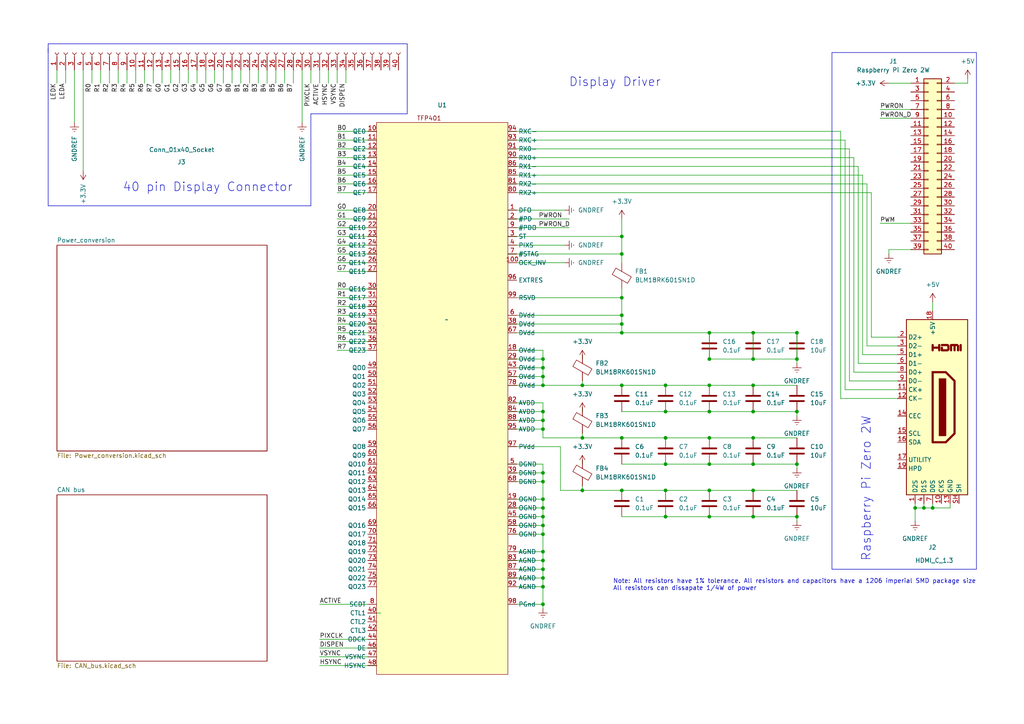
<source format=kicad_sch>
(kicad_sch (version 20231120) (generator "eeschema") (generator_version "8.0")
  (paper "A4")
  (title_block (title "Driver Assist System Mainboard") (rev "0"))
  (lib_symbols
    (symbol "Connector:Conn_01x40_Socket" (pin_names (offset 1.016) hide)
      (property "Reference" "J" (at 0 50.8 0))
      (property "Value" "Conn_01x40_Socket" (at 0 -53.34 0))
      (symbol "Conn_01x40_Socket_1_1"
        (pin passive line (at -5.08 48.26 0) (length 3.81) (name "Pin_1") (number "1"))
        (pin passive line (at -5.08 25.4 0) (length 3.81) (name "Pin_10") (number "10"))
        (pin passive line (at -5.08 22.86 0) (length 3.81) (name "Pin_11") (number "11"))
        (pin passive line (at -5.08 20.32 0) (length 3.81) (name "Pin_12") (number "12"))
        (pin passive line (at -5.08 17.78 0) (length 3.81) (name "Pin_13") (number "13"))
        (pin passive line (at -5.08 15.24 0) (length 3.81) (name "Pin_14") (number "14"))
        (pin passive line (at -5.08 12.7 0) (length 3.81) (name "Pin_15") (number "15"))
        (pin passive line (at -5.08 10.16 0) (length 3.81) (name "Pin_16") (number "16"))
        (pin passive line (at -5.08 7.62 0) (length 3.81) (name "Pin_17") (number "17"))
        (pin passive line (at -5.08 5.08 0) (length 3.81) (name "Pin_18") (number "18"))
        (pin passive line (at -5.08 2.54 0) (length 3.81) (name "Pin_19") (number "19"))
        (pin passive line (at -5.08 45.72 0) (length 3.81) (name "Pin_2") (number "2"))
        (pin passive line (at -5.08 0 0) (length 3.81) (name "Pin_20") (number "20"))
        (pin passive line (at -5.08 -2.54 0) (length 3.81) (name "Pin_21") (number "21"))
        (pin passive line (at -5.08 -5.08 0) (length 3.81) (name "Pin_22") (number "22"))
        (pin passive line (at -5.08 -7.62 0) (length 3.81) (name "Pin_23") (number "23"))
        (pin passive line (at -5.08 -10.16 0) (length 3.81) (name "Pin_24") (number "24"))
        (pin passive line (at -5.08 -12.7 0) (length 3.81) (name "Pin_25") (number "25"))
        (pin passive line (at -5.08 -15.24 0) (length 3.81) (name "Pin_26") (number "26"))
        (pin passive line (at -5.08 -17.78 0) (length 3.81) (name "Pin_27") (number "27"))
        (pin passive line (at -5.08 -20.32 0) (length 3.81) (name "Pin_28") (number "28"))
        (pin passive line (at -5.08 -22.86 0) (length 3.81) (name "Pin_29") (number "29"))
        (pin passive line (at -5.08 43.18 0) (length 3.81) (name "Pin_3") (number "3"))
        (pin passive line (at -5.08 -25.4 0) (length 3.81) (name "Pin_30") (number "30"))
        (pin passive line (at -5.08 -27.94 0) (length 3.81) (name "Pin_31") (number "31"))
        (pin passive line (at -5.08 -30.48 0) (length 3.81) (name "Pin_32") (number "32"))
        (pin passive line (at -5.08 -33.02 0) (length 3.81) (name "Pin_33") (number "33"))
        (pin passive line (at -5.08 -35.56 0) (length 3.81) (name "Pin_34") (number "34"))
        (pin passive line (at -5.08 -38.1 0) (length 3.81) (name "Pin_35") (number "35"))
        (pin passive line (at -5.08 -40.64 0) (length 3.81) (name "Pin_36") (number "36"))
        (pin passive line (at -5.08 -43.18 0) (length 3.81) (name "Pin_37") (number "37"))
        (pin passive line (at -5.08 -45.72 0) (length 3.81) (name "Pin_38") (number "38"))
        (pin passive line (at -5.08 -48.26 0) (length 3.81) (name "Pin_39") (number "39"))
        (pin passive line (at -5.08 40.64 0) (length 3.81) (name "Pin_4") (number "4"))
        (pin passive line (at -5.08 -50.8 0) (length 3.81) (name "Pin_40") (number "40"))
        (pin passive line (at -5.08 38.1 0) (length 3.81) (name "Pin_5") (number "5"))
        (pin passive line (at -5.08 35.56 0) (length 3.81) (name "Pin_6") (number "6"))
        (pin passive line (at -5.08 33.02 0) (length 3.81) (name "Pin_7") (number "7"))
        (pin passive line (at -5.08 30.48 0) (length 3.81) (name "Pin_8") (number "8"))
        (pin passive line (at -5.08 27.94 0) (length 3.81) (name "Pin_9") (number "9"))
      )
    )
    (symbol "Connector:HDMI_C_1.3"
      (property "Reference" "J" (at -6.35 26.67 0))
      (property "Value" "HDMI_C_1.3" (at 10.16 26.67 0))
      (symbol "HDMI_C_1.3_1_1"
        (pin power_in line (at -5.08 -27.94 90) (length 2.54) (name "D2S") (number "1"))
        (pin power_in line (at 2.54 -27.94 90) (length 2.54) (name "CKS") (number "10"))
        (pin passive line (at -10.16 5.08 0) (length 2.54) (name "CK+") (number "11"))
        (pin passive line (at -10.16 2.54 0) (length 2.54) (name "CK-") (number "12"))
        (pin power_in line (at 5.08 -27.94 90) (length 2.54) (name "GND") (number "13"))
        (pin bidirectional line (at -10.16 -2.54 0) (length 2.54) (name "CEC") (number "14"))
        (pin passive line (at -10.16 -7.62 0) (length 2.54) (name "SCL") (number "15"))
        (pin bidirectional line (at -10.16 -10.16 0) (length 2.54) (name "SDA") (number "16"))
        (pin passive line (at -10.16 -15.24 0) (length 2.54) (name "UTILITY") (number "17"))
        (pin power_in line (at 0 27.94 270) (length 2.54) (name "+5V") (number "18"))
        (pin passive line (at -10.16 -17.78 0) (length 2.54) (name "HPD") (number "19"))
        (pin passive line (at -10.16 20.32 0) (length 2.54) (name "D2+") (number "2"))
        (pin passive line (at -10.16 17.78 0) (length 2.54) (name "D2-") (number "3"))
        (pin power_in line (at -2.54 -27.94 90) (length 2.54) (name "D1S") (number "4"))
        (pin passive line (at -10.16 15.24 0) (length 2.54) (name "D1+") (number "5"))
        (pin passive line (at -10.16 12.7 0) (length 2.54) (name "D1-") (number "6"))
        (pin power_in line (at 0 -27.94 90) (length 2.54) (name "D0S") (number "7"))
        (pin passive line (at -10.16 10.16 0) (length 2.54) (name "D0+") (number "8"))
        (pin passive line (at -10.16 7.62 0) (length 2.54) (name "D0-") (number "9"))
        (pin passive line (at 7.62 -27.94 90) (length 2.54) (name "SH") (number "SH"))
      )
    )
    (symbol "Connector_Generic:Conn_02x20_Odd_Even" (pin_names (offset 1.016) hide)
      (property "Reference" "J" (at 1.27 25.4 0))
      (property "Value" "Conn_02x20_Odd_Even" (at 1.27 -27.94 0))
      (symbol "Conn_02x20_Odd_Even_1_1"
        (pin passive line (at -5.08 22.86 0) (length 3.81) (name "Pin_1") (number "1"))
        (pin passive line (at 7.62 12.7 180) (length 3.81) (name "Pin_10") (number "10"))
        (pin passive line (at -5.08 10.16 0) (length 3.81) (name "Pin_11") (number "11"))
        (pin passive line (at 7.62 10.16 180) (length 3.81) (name "Pin_12") (number "12"))
        (pin passive line (at -5.08 7.62 0) (length 3.81) (name "Pin_13") (number "13"))
        (pin passive line (at 7.62 7.62 180) (length 3.81) (name "Pin_14") (number "14"))
        (pin passive line (at -5.08 5.08 0) (length 3.81) (name "Pin_15") (number "15"))
        (pin passive line (at 7.62 5.08 180) (length 3.81) (name "Pin_16") (number "16"))
        (pin passive line (at -5.08 2.54 0) (length 3.81) (name "Pin_17") (number "17"))
        (pin passive line (at 7.62 2.54 180) (length 3.81) (name "Pin_18") (number "18"))
        (pin passive line (at -5.08 0 0) (length 3.81) (name "Pin_19") (number "19"))
        (pin passive line (at 7.62 22.86 180) (length 3.81) (name "Pin_2") (number "2"))
        (pin passive line (at 7.62 0 180) (length 3.81) (name "Pin_20") (number "20"))
        (pin passive line (at -5.08 -2.54 0) (length 3.81) (name "Pin_21") (number "21"))
        (pin passive line (at 7.62 -2.54 180) (length 3.81) (name "Pin_22") (number "22"))
        (pin passive line (at -5.08 -5.08 0) (length 3.81) (name "Pin_23") (number "23"))
        (pin passive line (at 7.62 -5.08 180) (length 3.81) (name "Pin_24") (number "24"))
        (pin passive line (at -5.08 -7.62 0) (length 3.81) (name "Pin_25") (number "25"))
        (pin passive line (at 7.62 -7.62 180) (length 3.81) (name "Pin_26") (number "26"))
        (pin passive line (at -5.08 -10.16 0) (length 3.81) (name "Pin_27") (number "27"))
        (pin passive line (at 7.62 -10.16 180) (length 3.81) (name "Pin_28") (number "28"))
        (pin passive line (at -5.08 -12.7 0) (length 3.81) (name "Pin_29") (number "29"))
        (pin passive line (at -5.08 20.32 0) (length 3.81) (name "Pin_3") (number "3"))
        (pin passive line (at 7.62 -12.7 180) (length 3.81) (name "Pin_30") (number "30"))
        (pin passive line (at -5.08 -15.24 0) (length 3.81) (name "Pin_31") (number "31"))
        (pin passive line (at 7.62 -15.24 180) (length 3.81) (name "Pin_32") (number "32"))
        (pin passive line (at -5.08 -17.78 0) (length 3.81) (name "Pin_33") (number "33"))
        (pin passive line (at 7.62 -17.78 180) (length 3.81) (name "Pin_34") (number "34"))
        (pin passive line (at -5.08 -20.32 0) (length 3.81) (name "Pin_35") (number "35"))
        (pin passive line (at 7.62 -20.32 180) (length 3.81) (name "Pin_36") (number "36"))
        (pin passive line (at -5.08 -22.86 0) (length 3.81) (name "Pin_37") (number "37"))
        (pin passive line (at 7.62 -22.86 180) (length 3.81) (name "Pin_38") (number "38"))
        (pin passive line (at -5.08 -25.4 0) (length 3.81) (name "Pin_39") (number "39"))
        (pin passive line (at 7.62 20.32 180) (length 3.81) (name "Pin_4") (number "4"))
        (pin passive line (at 7.62 -25.4 180) (length 3.81) (name "Pin_40") (number "40"))
        (pin passive line (at -5.08 17.78 0) (length 3.81) (name "Pin_5") (number "5"))
        (pin passive line (at 7.62 17.78 180) (length 3.81) (name "Pin_6") (number "6"))
        (pin passive line (at -5.08 15.24 0) (length 3.81) (name "Pin_7") (number "7"))
        (pin passive line (at 7.62 15.24 180) (length 3.81) (name "Pin_8") (number "8"))
        (pin passive line (at -5.08 12.7 0) (length 3.81) (name "Pin_9") (number "9"))
      )
    )
    (symbol "Device:C" (pin_numbers hide) (pin_names (offset 0.254))
      (property "Reference" "C" (at 0.635 2.54 0))
      (property "Value" "C" (at 0.635 -2.54 0))
      (symbol "C_1_1"
        (pin passive line (at 0 3.81 270) (length 2.794) (name "~") (number "1"))
        (pin passive line (at 0 -3.81 90) (length 2.794) (name "~") (number "2"))
      )
    )
    (symbol "Device:FerriteBead" (pin_numbers hide) (pin_names (offset 0))
      (property "Reference" "FB" (at -3.81 0.635 90))
      (property "Value" "FerriteBead" (at 3.81 0 90))
      (symbol "FerriteBead_1_1"
        (pin passive line (at 0 3.81 270) (length 2.54) (name "~") (number "1"))
        (pin passive line (at 0 -3.81 90) (length 2.54) (name "~") (number "2"))
      )
    )
    (symbol "ECE490:TFP401"
      (property "Reference" "U" (at -2.54 58.42 0))
      (symbol "TFP401_1_1"
        (text "TFP401" (at 5.08 58.42 0) (effects (font (size 1.27 1.27))))
        (pin input line (at -17.78 31.75 180) (length 2.54) (name "DFO") (number "1"))
        (pin output line (at 20.32 54.61 0) (length 2.54) (name "QE0") (number "10"))
        (pin input line (at -17.78 16.51 180) (length 2.54) (name "OCK_INV") (number "100"))
        (pin output line (at 20.32 52.07 0) (length 2.54) (name "QE1") (number "11"))
        (pin output line (at 20.32 49.53 0) (length 2.54) (name "QE2") (number "12"))
        (pin output line (at 20.32 46.99 0) (length 2.54) (name "QE3") (number "13"))
        (pin output line (at 20.32 44.45 0) (length 2.54) (name "QE4") (number "14"))
        (pin output line (at 20.32 41.91 0) (length 2.54) (name "QE5") (number "15"))
        (pin output line (at 20.32 39.37 0) (length 2.54) (name "QE6") (number "16"))
        (pin output line (at 20.32 36.83 0) (length 2.54) (name "QE7") (number "17"))
        (pin input line (at -17.78 -8.89 180) (length 2.54) (name "OVdd") (number "18"))
        (pin input line (at -17.78 -52.07 180) (length 2.54) (name "OGND") (number "19"))
        (pin input line (at -17.78 29.21 180) (length 2.54) (name "#PD") (number "2"))
        (pin output line (at 20.32 31.75 0) (length 2.54) (name "QE8") (number "20"))
        (pin output line (at 20.32 29.21 0) (length 2.54) (name "QE9") (number "21"))
        (pin output line (at 20.32 26.67 0) (length 2.54) (name "QE10") (number "22"))
        (pin output line (at 20.32 24.13 0) (length 2.54) (name "QE11") (number "23"))
        (pin output line (at 20.32 21.59 0) (length 2.54) (name "QE12") (number "24"))
        (pin output line (at 20.32 19.05 0) (length 2.54) (name "QE13") (number "25"))
        (pin output line (at 20.32 16.51 0) (length 2.54) (name "QE14") (number "26"))
        (pin output line (at 20.32 13.97 0) (length 2.54) (name "QE15") (number "27"))
        (pin input line (at -17.78 -54.61 180) (length 2.54) (name "OGND") (number "28"))
        (pin input line (at -17.78 -11.43 180) (length 2.54) (name "OVdd") (number "29"))
        (pin input line (at -17.78 24.13 180) (length 2.54) (name "ST") (number "3"))
        (pin output line (at 20.32 8.89 0) (length 2.54) (name "QE16") (number "30"))
        (pin output line (at 20.32 6.35 0) (length 2.54) (name "QE17") (number "31"))
        (pin output line (at 20.32 3.81 0) (length 2.54) (name "QE18") (number "32"))
        (pin output line (at 20.32 1.27 0) (length 2.54) (name "QE19") (number "33"))
        (pin output line (at 20.32 -1.27 0) (length 2.54) (name "QE20") (number "34"))
        (pin output line (at 20.32 -3.81 0) (length 2.54) (name "QE21") (number "35"))
        (pin output line (at 20.32 -6.35 0) (length 2.54) (name "QE22") (number "36"))
        (pin output line (at 20.32 -8.89 0) (length 2.54) (name "QE23") (number "37"))
        (pin input line (at -17.78 -1.27 180) (length 2.54) (name "DVdd") (number "38"))
        (pin input line (at -17.78 -44.45 180) (length 2.54) (name "DGND") (number "39"))
        (pin input line (at -17.78 21.59 180) (length 2.54) (name "PIXS") (number "4"))
        (pin output line (at 20.32 -85.09 0) (length 2.54) (name "CTL1") (number "40"))
        (pin output line (at 20.32 -87.63 0) (length 2.54) (name "CTL2") (number "41"))
        (pin output line (at 20.32 -90.17 0) (length 2.54) (name "CTL3") (number "42"))
        (pin input line (at -17.78 -13.97 180) (length 2.54) (name "OVdd") (number "43"))
        (pin output line (at 20.32 -92.71 0) (length 2.54) (name "ODCK") (number "44"))
        (pin input line (at -17.78 -57.15 180) (length 2.54) (name "OGND") (number "45"))
        (pin output line (at 20.32 -95.25 0) (length 2.54) (name "DE") (number "46"))
        (pin output line (at 20.32 -97.79 0) (length 2.54) (name "VSYNC") (number "47"))
        (pin output line (at 20.32 -100.33 0) (length 2.54) (name "HSYNC") (number "48"))
        (pin output line (at 20.32 -13.97 0) (length 2.54) (name "QO0") (number "49"))
        (pin input line (at -17.78 -41.91 180) (length 2.54) (name "DGND") (number "5"))
        (pin output line (at 20.32 -16.51 0) (length 2.54) (name "QO1") (number "50"))
        (pin output line (at 20.32 -19.05 0) (length 2.54) (name "QO2") (number "51"))
        (pin output line (at 20.32 -21.59 0) (length 2.54) (name "QO3") (number "52"))
        (pin output line (at 20.32 -24.13 0) (length 2.54) (name "QO4") (number "53"))
        (pin output line (at 20.32 -26.67 0) (length 2.54) (name "QO5") (number "54"))
        (pin output line (at 20.32 -29.21 0) (length 2.54) (name "QO6") (number "55"))
        (pin output line (at 20.32 -31.75 0) (length 2.54) (name "QO7") (number "56"))
        (pin input line (at -17.78 -16.51 180) (length 2.54) (name "OVdd") (number "57"))
        (pin input line (at -17.78 -59.69 180) (length 2.54) (name "OGND") (number "58"))
        (pin output line (at 20.32 -36.83 0) (length 2.54) (name "QO8") (number "59"))
        (pin input line (at -17.78 1.27 180) (length 2.54) (name "DVdd") (number "6"))
        (pin output line (at 20.32 -39.37 0) (length 2.54) (name "QO9") (number "60"))
        (pin output line (at 20.32 -41.91 0) (length 2.54) (name "QO10") (number "61"))
        (pin output line (at 20.32 -44.45 0) (length 2.54) (name "QO11") (number "62"))
        (pin output line (at 20.32 -46.99 0) (length 2.54) (name "QO12") (number "63"))
        (pin output line (at 20.32 -49.53 0) (length 2.54) (name "QO13") (number "64"))
        (pin output line (at 20.32 -52.07 0) (length 2.54) (name "QO14") (number "65"))
        (pin output line (at 20.32 -54.61 0) (length 2.54) (name "QO15") (number "66"))
        (pin input line (at -17.78 -3.81 180) (length 2.54) (name "DVdd") (number "67"))
        (pin input line (at -17.78 -46.99 180) (length 2.54) (name "DGND") (number "68"))
        (pin output line (at 20.32 -59.69 0) (length 2.54) (name "QO16") (number "69"))
        (pin input line (at -17.78 19.05 180) (length 2.54) (name "#STAG") (number "7"))
        (pin output line (at 20.32 -62.23 0) (length 2.54) (name "QO17") (number "70"))
        (pin output line (at 20.32 -64.77 0) (length 2.54) (name "QO18") (number "71"))
        (pin output line (at 20.32 -67.31 0) (length 2.54) (name "QO19") (number "72"))
        (pin output line (at 20.32 -69.85 0) (length 2.54) (name "QO20") (number "73"))
        (pin output line (at 20.32 -72.39 0) (length 2.54) (name "QO21") (number "74"))
        (pin output line (at 20.32 -74.93 0) (length 2.54) (name "QO22") (number "75"))
        (pin input line (at -17.78 -62.23 180) (length 2.54) (name "OGND") (number "76"))
        (pin output line (at 20.32 -77.47 0) (length 2.54) (name "QO23") (number "77"))
        (pin input line (at -17.78 -19.05 180) (length 2.54) (name "OVdd") (number "78"))
        (pin input line (at -17.78 -67.31 180) (length 2.54) (name "AGND") (number "79"))
        (pin input line (at 20.32 -82.55 0) (length 2.54) (name "SCDT") (number "8"))
        (pin input line (at -17.78 36.83 180) (length 2.54) (name "RX2+") (number "80"))
        (pin input line (at -17.78 39.37 180) (length 2.54) (name "RX2-") (number "81"))
        (pin input line (at -17.78 -24.13 180) (length 2.54) (name "AVDD") (number "82"))
        (pin input line (at -17.78 -69.85 180) (length 2.54) (name "AGND") (number "83"))
        (pin input line (at -17.78 -26.67 180) (length 2.54) (name "AVDD") (number "84"))
        (pin input line (at -17.78 41.91 180) (length 2.54) (name "RX1+") (number "85"))
        (pin input line (at -17.78 44.45 180) (length 2.54) (name "RX1-") (number "86"))
        (pin input line (at -17.78 -72.39 180) (length 2.54) (name "AGND") (number "87"))
        (pin input line (at -17.78 -29.21 180) (length 2.54) (name "AVDD") (number "88"))
        (pin input line (at -17.78 -74.93 180) (length 2.54) (name "AGND") (number "89"))
        (pin input line (at -17.78 26.67 180) (length 2.54) (name "#PDO") (number "9"))
        (pin input line (at -17.78 46.99 180) (length 2.54) (name "RX0+") (number "90"))
        (pin input line (at -17.78 49.53 180) (length 2.54) (name "RX0-") (number "91"))
        (pin input line (at -17.78 -77.47 180) (length 2.54) (name "AGND") (number "92"))
        (pin input line (at -17.78 52.07 180) (length 2.54) (name "RXC+") (number "93"))
        (pin input line (at -17.78 54.61 180) (length 2.54) (name "RXC-") (number "94"))
        (pin input line (at -17.78 -31.75 180) (length 2.54) (name "AVDD") (number "95"))
        (pin input line (at -17.78 11.43 180) (length 2.54) (name "EXTRES") (number "96"))
        (pin input line (at -17.78 -36.83 180) (length 2.54) (name "PVdd") (number "97"))
        (pin input line (at -17.78 -82.55 180) (length 2.54) (name "PGnd") (number "98"))
        (pin input line (at -17.78 6.35 180) (length 2.54) (name "RSVD") (number "99"))
      )
    )
    (symbol "power:+3.3V" (power) (pin_names (offset 0))
      (property "Value" "+3.3V" (at 0 3.556 0))
      (symbol "+3.3V_1_1"
        (pin power_in line (at 0 0 90) (length 0) hide (name "+3.3V") (number "1"))
      )
    )
    (symbol "power:+5V" (power) (pin_names (offset 0))
      (property "Value" "+5V" (at 0 3.556 0))
      (symbol "+5V_1_1"
        (pin power_in line (at 0 0 90) (length 0) hide (name "+5V") (number "1"))
      )
    )
    (symbol "power:GNDREF" (power) (pin_names (offset 0))
      (property "Value" "GNDREF" (at 0 -3.81 0))
      (symbol "GNDREF_1_1"
        (pin power_in line (at 0 0 270) (length 0) hide (name "GNDREF") (number "1"))
      )
    )
  )
  (junction (at 157.48 144.78))
  (junction (at 231.14 149.86))
  (junction (at 157.48 149.86))
  (junction (at 157.48 104.14))
  (junction (at 205.74 119.38))
  (junction (at 218.44 142.24))
  (junction (at 267.97 147.32))
  (junction (at 180.34 68.58))
  (junction (at 168.91 142.24))
  (junction (at 231.14 119.38))
  (junction (at 231.14 134.62))
  (junction (at 180.34 93.98))
  (junction (at 157.48 109.22))
  (junction (at 231.14 104.14))
  (junction (at 157.48 165.1))
  (junction (at 157.48 111.76))
  (junction (at 157.48 147.32))
  (junction (at 193.04 127))
  (junction (at 157.48 137.16))
  (junction (at 193.04 134.62))
  (junction (at 205.74 111.76))
  (junction (at 157.48 152.4))
  (junction (at 180.34 86.36))
  (junction (at 157.48 119.38))
  (junction (at 205.74 134.62))
  (junction (at 180.34 127))
  (junction (at 180.34 111.76))
  (junction (at 157.48 170.18))
  (junction (at 157.48 121.92))
  (junction (at 205.74 127))
  (junction (at 265.43 147.32))
  (junction (at 193.04 111.76))
  (junction (at 180.34 91.44))
  (junction (at 157.48 162.56))
  (junction (at 205.74 149.86))
  (junction (at 180.34 142.24))
  (junction (at 157.48 175.26))
  (junction (at 218.44 134.62))
  (junction (at 193.04 149.86))
  (junction (at 218.44 127))
  (junction (at 193.04 142.24))
  (junction (at 193.04 119.38))
  (junction (at 205.74 104.14))
  (junction (at 231.14 96.52))
  (junction (at 168.91 127))
  (junction (at 205.74 96.52))
  (junction (at 157.48 124.46))
  (junction (at 270.51 147.32))
  (junction (at 157.48 167.64))
  (junction (at 157.48 139.7))
  (junction (at 218.44 149.86))
  (junction (at 218.44 119.38))
  (junction (at 157.48 106.68))
  (junction (at 168.91 111.76))
  (junction (at 180.34 96.52))
  (junction (at 218.44 104.14))
  (junction (at 218.44 96.52))
  (junction (at 157.48 154.94))
  (junction (at 180.34 73.66))
  (junction (at 205.74 142.24))
  (junction (at 157.48 160.02))
  (junction (at 218.44 111.76))
  (wire (pts (xy 231.14 135.89) (xy 231.14 134.62)))
  (wire (pts (xy 255.27 31.75) (xy 264.16 31.75)))
  (wire (pts (xy 260.35 102.87) (xy 250.19 102.87)))
  (wire (pts (xy 157.48 111.76) (xy 157.48 109.22)))
  (wire (pts (xy 97.79 66.04) (xy 109.22 66.04)))
  (wire (pts (xy 157.48 147.32) (xy 157.48 149.86)))
  (wire (pts (xy 168.91 125.73) (xy 168.91 127)))
  (wire (pts (xy 205.74 127) (xy 218.44 127)))
  (wire (pts (xy 168.91 102.87) (xy 168.91 104.14)))
  (wire (pts (xy 44.45 24.13) (xy 44.45 20.32)))
  (wire (pts (xy 147.32 154.94) (xy 157.48 154.94)))
  (wire (pts (xy 100.33 24.13) (xy 100.33 20.32)))
  (wire (pts (xy 157.48 124.46) (xy 157.48 127)))
  (wire (pts (xy 218.44 111.76) (xy 231.14 111.76)))
  (wire (pts (xy 193.04 142.24) (xy 205.74 142.24)))
  (wire (pts (xy 218.44 149.86) (xy 231.14 149.86)))
  (wire (pts (xy 46.99 24.13) (xy 46.99 20.32)))
  (wire (pts (xy 147.32 134.62) (xy 157.48 134.62)))
  (polyline (pts (xy 118.11 33.02) (xy 118.11 12.7)))
  (wire (pts (xy 157.48 139.7) (xy 157.48 144.78)))
  (wire (pts (xy 97.79 96.52) (xy 109.22 96.52)))
  (wire (pts (xy 205.74 96.52) (xy 218.44 96.52)))
  (wire (pts (xy 218.44 119.38) (xy 231.14 119.38)))
  (wire (pts (xy 157.48 106.68) (xy 157.48 109.22)))
  (wire (pts (xy 97.79 38.1) (xy 109.22 38.1)))
  (wire (pts (xy 147.32 160.02) (xy 157.48 160.02)))
  (wire (pts (xy 157.48 109.22) (xy 147.32 109.22)))
  (wire (pts (xy 97.79 73.66) (xy 109.22 73.66)))
  (wire (pts (xy 252.73 55.88) (xy 149.86 55.88)))
  (wire (pts (xy 147.32 139.7) (xy 157.48 139.7)))
  (wire (pts (xy 147.32 73.66) (xy 180.34 73.66)))
  (wire (pts (xy 69.85 24.13) (xy 69.85 20.32)))
  (wire (pts (xy 85.09 24.13) (xy 85.09 20.32)))
  (wire (pts (xy 168.91 118.11) (xy 168.91 119.38)))
  (wire (pts (xy 97.79 76.2) (xy 109.22 76.2)))
  (wire (pts (xy 250.19 50.8) (xy 250.19 102.87)))
  (wire (pts (xy 218.44 104.14) (xy 218.44 96.52)))
  (wire (pts (xy 97.79 43.18) (xy 109.22 43.18)))
  (wire (pts (xy 218.44 127) (xy 231.14 127)))
  (wire (pts (xy 67.31 24.13) (xy 67.31 20.32)))
  (wire (pts (xy 180.34 63.5) (xy 180.34 68.58)))
  (wire (pts (xy 147.32 48.26) (xy 248.92 48.26)))
  (wire (pts (xy 147.32 144.78) (xy 157.48 144.78)))
  (wire (pts (xy 180.34 83.82) (xy 180.34 86.36)))
  (wire (pts (xy 92.71 175.26) (xy 109.22 175.26)))
  (wire (pts (xy 168.91 111.76) (xy 180.34 111.76)))
  (wire (pts (xy 147.32 93.98) (xy 180.34 93.98)))
  (wire (pts (xy 180.34 96.52) (xy 205.74 96.52)))
  (wire (pts (xy 147.32 50.8) (xy 250.19 50.8)))
  (wire (pts (xy 252.73 55.88) (xy 252.73 97.79)))
  (wire (pts (xy 92.71 190.5) (xy 109.22 190.5)))
  (wire (pts (xy 157.48 152.4) (xy 157.48 154.94)))
  (wire (pts (xy 147.32 38.1) (xy 243.84 38.1)))
  (wire (pts (xy 97.79 88.9) (xy 109.22 88.9)))
  (wire (pts (xy 205.74 104.14) (xy 205.74 96.52)))
  (polyline (pts (xy 90.17 59.69) (xy 90.17 33.02)))
  (wire (pts (xy 247.65 45.72) (xy 247.65 107.95)))
  (wire (pts (xy 180.34 134.62) (xy 193.04 134.62)))
  (wire (pts (xy 147.32 76.2) (xy 163.83 76.2)))
  (wire (pts (xy 168.91 142.24) (xy 180.34 142.24)))
  (polyline (pts (xy 13.97 13.97) (xy 13.97 59.69)))
  (wire (pts (xy 97.79 93.98) (xy 109.22 93.98)))
  (wire (pts (xy 97.79 40.64) (xy 109.22 40.64)))
  (wire (pts (xy 147.32 45.72) (xy 247.65 45.72)))
  (wire (pts (xy 205.74 111.76) (xy 218.44 111.76)))
  (wire (pts (xy 162.56 129.54) (xy 162.56 142.24)))
  (wire (pts (xy 231.14 105.41) (xy 231.14 104.14)))
  (wire (pts (xy 157.48 154.94) (xy 157.48 160.02)))
  (wire (pts (xy 147.32 63.5) (xy 165.1 63.5)))
  (wire (pts (xy 275.59 147.32) (xy 270.51 147.32)))
  (wire (pts (xy 147.32 175.26) (xy 157.48 175.26)))
  (wire (pts (xy 180.34 119.38) (xy 193.04 119.38)))
  (wire (pts (xy 157.48 124.46) (xy 157.48 121.92)))
  (wire (pts (xy 92.71 193.04) (xy 109.22 193.04)))
  (wire (pts (xy 180.34 127) (xy 193.04 127)))
  (wire (pts (xy 205.74 149.86) (xy 218.44 149.86)))
  (wire (pts (xy 157.48 121.92) (xy 157.48 119.38)))
  (wire (pts (xy 168.91 140.97) (xy 168.91 142.24)))
  (wire (pts (xy 157.48 170.18) (xy 157.48 175.26)))
  (wire (pts (xy 193.04 149.86) (xy 205.74 149.86)))
  (wire (pts (xy 168.91 110.49) (xy 168.91 111.76)))
  (wire (pts (xy 255.27 64.77) (xy 264.16 64.77)))
  (wire (pts (xy 21.59 20.32) (xy 21.59 35.56)))
  (wire (pts (xy 275.59 146.05) (xy 275.59 147.32)))
  (wire (pts (xy 260.35 107.95) (xy 247.65 107.95)))
  (wire (pts (xy 147.32 86.36) (xy 180.34 86.36)))
  (wire (pts (xy 157.48 101.6) (xy 157.48 104.14)))
  (wire (pts (xy 97.79 99.06) (xy 109.22 99.06)))
  (wire (pts (xy 147.32 147.32) (xy 157.48 147.32)))
  (wire (pts (xy 157.48 106.68) (xy 157.48 104.14)))
  (wire (pts (xy 147.32 129.54) (xy 162.56 129.54)))
  (wire (pts (xy 24.13 20.32) (xy 24.13 49.53)))
  (wire (pts (xy 231.14 120.65) (xy 231.14 119.38)))
  (wire (pts (xy 280.67 22.86) (xy 280.67 24.13)))
  (wire (pts (xy 147.32 165.1) (xy 157.48 165.1)))
  (wire (pts (xy 57.15 24.13) (xy 57.15 20.32)))
  (wire (pts (xy 97.79 71.12) (xy 109.22 71.12)))
  (wire (pts (xy 147.32 121.92) (xy 157.48 121.92)))
  (wire (pts (xy 97.79 91.44) (xy 109.22 91.44)))
  (polyline (pts (xy 118.11 12.7) (xy 13.97 12.7)))
  (wire (pts (xy 147.32 53.34) (xy 251.46 53.34)))
  (wire (pts (xy 147.32 60.96) (xy 163.83 60.96)))
  (wire (pts (xy 218.44 96.52) (xy 231.14 96.52)))
  (wire (pts (xy 218.44 104.14) (xy 231.14 104.14)))
  (wire (pts (xy 147.32 170.18) (xy 157.48 170.18)))
  (wire (pts (xy 147.32 167.64) (xy 157.48 167.64)))
  (wire (pts (xy 260.35 115.57) (xy 243.84 115.57)))
  (wire (pts (xy 92.71 185.42) (xy 109.22 185.42)))
  (wire (pts (xy 41.91 24.13) (xy 41.91 20.32)))
  (wire (pts (xy 270.51 147.32) (xy 267.97 147.32)))
  (wire (pts (xy 265.43 147.32) (xy 265.43 151.13)))
  (wire (pts (xy 193.04 111.76) (xy 205.74 111.76)))
  (wire (pts (xy 168.91 133.35) (xy 168.91 134.62)))
  (wire (pts (xy 218.44 134.62) (xy 231.14 134.62)))
  (wire (pts (xy 147.32 137.16) (xy 157.48 137.16)))
  (wire (pts (xy 157.48 160.02) (xy 157.48 162.56)))
  (wire (pts (xy 205.74 134.62) (xy 218.44 134.62)))
  (wire (pts (xy 147.32 68.58) (xy 180.34 68.58)))
  (wire (pts (xy 97.79 60.96) (xy 109.22 60.96)))
  (wire (pts (xy 97.79 50.8) (xy 109.22 50.8)))
  (wire (pts (xy 157.48 175.26) (xy 157.48 176.53)))
  (wire (pts (xy 87.63 20.32) (xy 87.63 35.56)))
  (wire (pts (xy 82.55 24.13) (xy 82.55 20.32)))
  (wire (pts (xy 248.92 48.26) (xy 248.92 105.41)))
  (wire (pts (xy 29.21 24.13) (xy 29.21 20.32)))
  (wire (pts (xy 255.27 34.29) (xy 264.16 34.29)))
  (wire (pts (xy 72.39 24.13) (xy 72.39 20.32)))
  (wire (pts (xy 147.32 40.64) (xy 245.11 40.64)))
  (wire (pts (xy 147.32 71.12) (xy 163.83 71.12)))
  (wire (pts (xy 205.74 104.14) (xy 218.44 104.14)))
  (wire (pts (xy 19.05 20.32) (xy 19.05 24.13)))
  (wire (pts (xy 157.48 134.62) (xy 157.48 137.16)))
  (wire (pts (xy 252.73 97.79) (xy 260.35 97.79)))
  (wire (pts (xy 180.34 142.24) (xy 193.04 142.24)))
  (wire (pts (xy 147.32 91.44) (xy 180.34 91.44)))
  (wire (pts (xy 276.86 24.13) (xy 280.67 24.13)))
  (wire (pts (xy 92.71 24.13) (xy 92.71 20.32)))
  (wire (pts (xy 97.79 83.82) (xy 109.22 83.82)))
  (wire (pts (xy 97.79 78.74) (xy 109.22 78.74)))
  (wire (pts (xy 193.04 127) (xy 205.74 127)))
  (wire (pts (xy 193.04 134.62) (xy 205.74 134.62)))
  (wire (pts (xy 257.81 72.39) (xy 264.16 72.39)))
  (wire (pts (xy 97.79 24.13) (xy 97.79 20.32)))
  (wire (pts (xy 231.14 104.14) (xy 231.14 96.52)))
  (polyline (pts (xy 90.17 33.02) (xy 118.11 33.02)))
  (wire (pts (xy 180.34 149.86) (xy 193.04 149.86)))
  (wire (pts (xy 180.34 111.76) (xy 193.04 111.76)))
  (wire (pts (xy 251.46 53.34) (xy 251.46 100.33)))
  (wire (pts (xy 36.83 24.13) (xy 36.83 20.32)))
  (wire (pts (xy 147.32 43.18) (xy 246.38 43.18)))
  (wire (pts (xy 270.51 146.05) (xy 270.51 147.32)))
  (wire (pts (xy 147.32 106.68) (xy 157.48 106.68)))
  (wire (pts (xy 90.17 20.32) (xy 90.17 24.13)))
  (wire (pts (xy 157.48 111.76) (xy 168.91 111.76)))
  (wire (pts (xy 157.48 149.86) (xy 157.48 152.4)))
  (wire (pts (xy 267.97 147.32) (xy 265.43 147.32)))
  (wire (pts (xy 205.74 119.38) (xy 218.44 119.38)))
  (wire (pts (xy 54.61 24.13) (xy 54.61 20.32)))
  (wire (pts (xy 16.51 20.32) (xy 16.51 24.13)))
  (polyline (pts (xy 13.97 59.69) (xy 90.17 59.69)))
  (polyline (pts (xy 13.97 12.7) (xy 13.97 15.24)))
  (wire (pts (xy 257.81 24.13) (xy 264.16 24.13)))
  (wire (pts (xy 62.23 24.13) (xy 62.23 20.32)))
  (wire (pts (xy 246.38 43.18) (xy 246.38 110.49)))
  (wire (pts (xy 26.67 24.13) (xy 26.67 20.32)))
  (wire (pts (xy 92.71 187.96) (xy 109.22 187.96)))
  (wire (pts (xy 34.29 24.13) (xy 34.29 20.32)))
  (wire (pts (xy 31.75 24.13) (xy 31.75 20.32)))
  (wire (pts (xy 193.04 119.38) (xy 205.74 119.38)))
  (wire (pts (xy 245.11 40.64) (xy 245.11 113.03)))
  (wire (pts (xy 251.46 100.33) (xy 260.35 100.33)))
  (wire (pts (xy 180.34 91.44) (xy 180.34 86.36)))
  (wire (pts (xy 97.79 45.72) (xy 109.22 45.72)))
  (wire (pts (xy 80.01 24.13) (xy 80.01 20.32)))
  (wire (pts (xy 257.81 73.66) (xy 257.81 72.39)))
  (wire (pts (xy 180.34 93.98) (xy 180.34 91.44)))
  (wire (pts (xy 267.97 146.05) (xy 267.97 147.32)))
  (wire (pts (xy 157.48 119.38) (xy 147.32 119.38)))
  (wire (pts (xy 59.69 24.13) (xy 59.69 20.32)))
  (wire (pts (xy 147.32 101.6) (xy 157.48 101.6)))
  (wire (pts (xy 218.44 142.24) (xy 231.14 142.24)))
  (wire (pts (xy 97.79 68.58) (xy 109.22 68.58)))
  (wire (pts (xy 95.25 24.13) (xy 95.25 20.32)))
  (wire (pts (xy 147.32 96.52) (xy 180.34 96.52)))
  (wire (pts (xy 147.32 162.56) (xy 157.48 162.56)))
  (wire (pts (xy 180.34 73.66) (xy 180.34 76.2)))
  (wire (pts (xy 147.32 111.76) (xy 157.48 111.76)))
  (wire (pts (xy 248.92 105.41) (xy 260.35 105.41)))
  (wire (pts (xy 64.77 24.13) (xy 64.77 20.32)))
  (wire (pts (xy 231.14 151.13) (xy 231.14 149.86)))
  (wire (pts (xy 97.79 86.36) (xy 109.22 86.36)))
  (wire (pts (xy 168.91 127) (xy 180.34 127)))
  (wire (pts (xy 39.37 24.13) (xy 39.37 20.32)))
  (wire (pts (xy 147.32 124.46) (xy 157.48 124.46)))
  (wire (pts (xy 97.79 63.5) (xy 109.22 63.5)))
  (wire (pts (xy 157.48 162.56) (xy 157.48 165.1)))
  (wire (pts (xy 246.38 110.49) (xy 260.35 110.49)))
  (wire (pts (xy 49.53 24.13) (xy 49.53 20.32)))
  (wire (pts (xy 97.79 101.6) (xy 109.22 101.6)))
  (wire (pts (xy 157.48 104.14) (xy 147.32 104.14)))
  (wire (pts (xy 157.48 116.84) (xy 157.48 119.38)))
  (wire (pts (xy 147.32 149.86) (xy 157.48 149.86)))
  (wire (pts (xy 157.48 167.64) (xy 157.48 170.18)))
  (wire (pts (xy 147.32 66.04) (xy 165.1 66.04)))
  (wire (pts (xy 97.79 55.88) (xy 109.22 55.88)))
  (wire (pts (xy 147.32 152.4) (xy 157.48 152.4)))
  (wire (pts (xy 157.48 127) (xy 168.91 127)))
  (wire (pts (xy 97.79 53.34) (xy 109.22 53.34)))
  (wire (pts (xy 109.22 177.8) (xy 110.49 177.8)))
  (wire (pts (xy 265.43 146.05) (xy 265.43 147.32)))
  (wire (pts (xy 147.32 116.84) (xy 157.48 116.84)))
  (wire (pts (xy 77.47 24.13) (xy 77.47 20.32)))
  (wire (pts (xy 245.11 113.03) (xy 260.35 113.03)))
  (wire (pts (xy 205.74 142.24) (xy 218.44 142.24)))
  (wire (pts (xy 270.51 90.17) (xy 270.51 87.63)))
  (wire (pts (xy 157.48 165.1) (xy 157.48 167.64)))
  (wire (pts (xy 180.34 96.52) (xy 180.34 93.98)))
  (wire (pts (xy 243.84 115.57) (xy 243.84 38.1)))
  (wire (pts (xy 74.93 24.13) (xy 74.93 20.32)))
  (wire (pts (xy 157.48 144.78) (xy 157.48 147.32)))
  (wire (pts (xy 180.34 73.66) (xy 180.34 68.58)))
  (wire (pts (xy 162.56 142.24) (xy 168.91 142.24)))
  (wire (pts (xy 52.07 24.13) (xy 52.07 20.32)))
  (wire (pts (xy 97.79 48.26) (xy 109.22 48.26)))
  (wire (pts (xy 157.48 137.16) (xy 157.48 139.7)))
  (rectangle (start 241.3 15.24) (end 283.21 165.1))
  (text "40 pin Display Connector" (at 35.56 55.88 0) (effects (font (size 2.54 2.54)) (justify left bottom)))
  (text "Display Driver" (at 191.77 25.4 0) (effects (font (size 2.54 2.54)) (justify right bottom)))
  (text "Raspberry Pi Zero 2W" (at 252.73 120.65 90) (effects (font (size 2.54 2.54)) (justify right bottom)))
  (text "Note: All resistors have 1% tolerance. All resistors and capacitors have a 1206 imperial SMD package size\nAll resistors can dissapate 1/4W of power" (at 177.8 171.45 0) (effects (font (size 1.27 1.27)) (justify left bottom)))
  (label "B4" (at 77.47 24.13 270))
  (label "DISPEN" (at 100.33 24.13 270))
  (label "B3" (at 74.93 24.13 270))
  (label "B6" (at 97.79 53.34 0))
  (label "R3" (at 34.29 24.13 270))
  (label "ACTIVE" (at 92.71 24.13 270))
  (label "G3" (at 54.61 24.13 270))
  (label "B1" (at 97.79 40.64 0))
  (label "PIXCLK" (at 92.71 185.42 0))
  (label "HSYNC" (at 92.71 193.04 0))
  (label "B3" (at 97.79 45.72 0))
  (label "G1" (at 49.53 24.13 270))
  (label "R5" (at 97.79 96.52 0))
  (label "B6" (at 82.55 24.13 270))
  (label "PIXCLK" (at 90.17 24.13 270))
  (label "G0" (at 46.99 24.13 270))
  (label "G4" (at 57.15 24.13 270))
  (label "G6" (at 62.23 24.13 270))
  (label "PWRON_D" (at 255.27 34.29 0))
  (label "B2" (at 97.79 43.18 0))
  (label "G6" (at 97.79 76.2 0))
  (label "G7" (at 97.79 78.74 0))
  (label "VSYNC" (at 97.79 24.13 270))
  (label "LEDK" (at 16.51 24.13 270))
  (label "PWM" (at 255.27 64.77 0))
  (label "R0" (at 26.67 24.13 270))
  (label "R5" (at 39.37 24.13 270))
  (label "R3" (at 97.79 91.44 0))
  (label "B5" (at 80.01 24.13 270))
  (label "B0" (at 97.79 38.1 0))
  (label "G1" (at 97.79 63.5 0))
  (label "G3" (at 97.79 68.58 0))
  (label "B1" (at 69.85 24.13 270))
  (label "R2" (at 31.75 24.13 270))
  (label "R4" (at 97.79 93.98 0))
  (label "B4" (at 97.79 48.26 0))
  (label "B7" (at 97.79 55.88 0))
  (label "B7" (at 85.09 24.13 270))
  (label "PWRON" (at 156.21 63.5 0))
  (label "G5" (at 59.69 24.13 270))
  (label "PWRON" (at 255.27 31.75 0))
  (label "R7" (at 44.45 24.13 270))
  (label "R7" (at 97.79 101.6 0))
  (label "ACTIVE" (at 92.71 175.26 0))
  (label "R2" (at 97.79 88.9 0))
  (label "VSYNC" (at 92.71 190.5 0))
  (label "HSYNC" (at 95.25 24.13 270))
  (label "G2" (at 52.07 24.13 270))
  (label "R1" (at 29.21 24.13 270))
  (label "DISPEN" (at 92.71 187.96 0))
  (label "R6" (at 41.91 24.13 270))
  (label "G0" (at 97.79 60.96 0))
  (label "R1" (at 97.79 86.36 0))
  (label "R0" (at 97.79 83.82 0))
  (label "G4" (at 97.79 71.12 0))
  (label "B2" (at 72.39 24.13 270))
  (label "G5" (at 97.79 73.66 0))
  (label "R6" (at 97.79 99.06 0))
  (label "B5" (at 97.79 50.8 0))
  (label "PWRON_D" (at 156.21 66.04 0))
  (label "G2" (at 97.79 66.04 0))
  (label "G7" (at 64.77 24.13 270))
  (label "LEDA" (at 19.05 24.13 270))
  (label "R4" (at 36.83 24.13 270))
  (label "B0" (at 67.31 24.13 270))
  (symbol (lib_id "power:+3.3V") (at 168.91 104.14 0) (unit 1)
    (property "Reference" "#PWR07" (effects (hide yes)))
    (property "Value" "+3.3V" (at 168.91 99.06 0))
  )
  (symbol (lib_id "Device:C") (at 180.34 115.57 0) (unit 1)
    (property "Reference" "C11" (at 184.15 114.3 0) (effects (justify left)))
    (property "Value" "0.1uF" (at 184.15 116.84 0) (effects (justify left)))
  )
  (symbol (lib_id "Device:FerriteBead") (at 180.34 80.01 0) (unit 1)
    (property "Reference" "FB1" (at 184.15 78.6892 0) (effects (justify left)))
    (property "Value" "BLM18RK601SN1D" (at 184.15 81.2292 0) (effects (justify left)))
  )
  (symbol (lib_id "power:GNDREF") (at 163.83 71.12 90) (unit 1)
    (property "Reference" "#PWR03" (effects (hide yes)))
    (property "Value" "GNDREF" (at 167.64 71.12 90) (effects (justify right)))
  )
  (symbol (lib_id "power:+3.3V") (at 168.91 134.62 0) (unit 1)
    (property "Reference" "#PWR011" (effects (hide yes)))
    (property "Value" "+3.3V" (at 168.91 129.54 0))
  )
  (symbol (lib_id "Device:C") (at 180.34 130.81 0) (unit 1)
    (property "Reference" "C6" (at 184.15 129.54 0) (effects (justify left)))
    (property "Value" "0.1uF" (at 184.15 132.08 0) (effects (justify left)))
  )
  (symbol (lib_id "Connector_Generic:Conn_02x20_Odd_Even") (at 269.24 46.99 0) (unit 1)
    (property "Reference" "J1" (at 259.08 17.78 0))
    (property "Value" "Raspberry Pi Zero 2W" (at 259.08 20.32 0))
  )
  (symbol (lib_id "Device:C") (at 231.14 115.57 0) (unit 1)
    (property "Reference" "C15" (at 234.95 114.3 0) (effects (justify left)))
    (property "Value" "10uF" (at 234.95 116.84 0) (effects (justify left)))
  )
  (symbol (lib_id "Device:FerriteBead") (at 168.91 137.16 0) (unit 1)
    (property "Reference" "FB4" (at 172.72 135.8392 0) (effects (justify left)))
    (property "Value" "BLM18RK601SN1D" (at 172.72 138.3792 0) (effects (justify left)))
  )
  (symbol (lib_id "power:GNDREF") (at 257.81 73.66 0) (unit 1)
    (property "Reference" "#PWR029" (effects (hide yes)))
    (property "Value" "GNDREF" (at 257.81 78.74 0))
  )
  (symbol (lib_id "ECE490:TFP401") (at 129.54 92.71 0) (mirror y) (unit 1)
    (property "Reference" "U1" (at 128.27 30.48 0))
    (property "Value" "~" (at 129.54 92.71 0))
  )
  (symbol (lib_id "Device:C") (at 205.74 146.05 0) (unit 1)
    (property "Reference" "C3" (at 209.55 144.78 0) (effects (justify left)))
    (property "Value" "0.1uF" (at 209.55 147.32 0) (effects (justify left)))
  )
  (symbol (lib_id "power:GNDREF") (at 163.83 60.96 90) (unit 1)
    (property "Reference" "#PWR04" (effects (hide yes)))
    (property "Value" "GNDREF" (at 167.64 60.96 90) (effects (justify right)))
  )
  (symbol (lib_id "power:+3.3V") (at 257.81 24.13 90) (unit 1)
    (property "Reference" "#PWR028" (effects (hide yes)))
    (property "Value" "+3.3V" (at 254 24.13 90) (effects (justify left)))
  )
  (symbol (lib_id "power:+3.3V") (at 24.13 49.53 0) (mirror x) (unit 1)
    (property "Reference" "#PWR016" (effects (hide yes)))
    (property "Value" "+3.3V" (at 24.13 53.34 90) (effects (justify left)))
  )
  (symbol (lib_id "power:GNDREF") (at 21.59 35.56 0) (mirror y) (unit 1)
    (property "Reference" "#PWR017" (effects (hide yes)))
    (property "Value" "GNDREF" (at 21.59 39.37 90) (effects (justify right)))
  )
  (symbol (lib_id "power:GNDREF") (at 157.48 176.53 0) (unit 1)
    (property "Reference" "#PWR013" (effects (hide yes)))
    (property "Value" "GNDREF" (at 157.48 181.61 0))
  )
  (symbol (lib_id "Device:C") (at 218.44 146.05 0) (unit 1)
    (property "Reference" "C4" (at 222.25 144.78 0) (effects (justify left)))
    (property "Value" "0.1uF" (at 222.25 147.32 0) (effects (justify left)))
  )
  (symbol (lib_id "Device:C") (at 231.14 100.33 0) (unit 1)
    (property "Reference" "C18" (at 234.95 99.06 0) (effects (justify left)))
    (property "Value" "10uF" (at 234.95 101.6 0) (effects (justify left)))
  )
  (symbol (lib_id "Device:C") (at 193.04 115.57 0) (unit 1)
    (property "Reference" "C12" (at 196.85 114.3 0) (effects (justify left)))
    (property "Value" "0.1uF" (at 196.85 116.84 0) (effects (justify left)))
  )
  (symbol (lib_id "power:GNDREF") (at 163.83 76.2 90) (unit 1)
    (property "Reference" "#PWR05" (effects (hide yes)))
    (property "Value" "GNDREF" (at 167.64 76.2 90) (effects (justify right)))
  )
  (symbol (lib_id "Connector:Conn_01x40_Socket") (at 64.77 15.24 90) (unit 1)
    (property "Reference" "J3" (at 53.848 46.99 90) (effects (justify left)))
    (property "Value" "Conn_01x40_Socket" (at 62.23 43.434 90) (effects (justify left)))
  )
  (symbol (lib_id "Device:C") (at 218.44 100.33 0) (unit 1)
    (property "Reference" "C17" (at 222.25 99.06 0) (effects (justify left)))
    (property "Value" "0.1uF" (at 222.25 101.6 0) (effects (justify left)))
  )
  (symbol (lib_id "Device:C") (at 180.34 146.05 0) (unit 1)
    (property "Reference" "C1" (at 184.15 144.78 0) (effects (justify left)))
    (property "Value" "0.1uF" (at 184.15 147.32 0) (effects (justify left)))
  )
  (symbol (lib_id "power:GNDREF") (at 265.43 151.13 0) (unit 1)
    (property "Reference" "#PWR01" (effects (hide yes)))
    (property "Value" "GNDREF" (at 265.43 156.21 0))
  )
  (symbol (lib_id "power:+3.3V") (at 168.91 119.38 0) (unit 1)
    (property "Reference" "#PWR09" (effects (hide yes)))
    (property "Value" "+3.3V" (at 168.91 114.3 0))
  )
  (symbol (lib_id "Device:C") (at 205.74 100.33 0) (unit 1)
    (property "Reference" "C16" (at 209.55 99.06 0) (effects (justify left)))
    (property "Value" "0.1uF" (at 209.55 101.6 0) (effects (justify left)))
  )
  (symbol (lib_id "power:GNDREF") (at 231.14 120.65 0) (unit 1)
    (property "Reference" "#PWR010" (effects (hide yes)))
    (property "Value" "GNDREF" (at 231.14 125.73 0))
  )
  (symbol (lib_id "power:+5V") (at 280.67 22.86 0) (unit 1)
    (property "Reference" "#PWR027" (effects (hide yes)))
    (property "Value" "+5V" (at 280.67 17.78 0))
  )
  (symbol (lib_id "Device:C") (at 205.74 115.57 0) (unit 1)
    (property "Reference" "C13" (at 209.55 114.3 0) (effects (justify left)))
    (property "Value" "0.1uF" (at 209.55 116.84 0) (effects (justify left)))
  )
  (symbol (lib_id "Device:C") (at 193.04 146.05 0) (unit 1)
    (property "Reference" "C2" (at 196.85 144.78 0) (effects (justify left)))
    (property "Value" "0.1uF" (at 196.85 147.32 0) (effects (justify left)))
  )
  (symbol (lib_id "power:+5V") (at 270.51 87.63 0) (unit 1)
    (property "Reference" "#PWR014" (effects (hide yes)))
    (property "Value" "+5V" (at 270.51 82.55 0))
  )
  (symbol (lib_id "Device:FerriteBead") (at 168.91 106.68 0) (unit 1)
    (property "Reference" "FB2" (at 172.72 105.3592 0) (effects (justify left)))
    (property "Value" "BLM18RK601SN1D" (at 172.72 107.8992 0) (effects (justify left)))
  )
  (symbol (lib_id "Device:FerriteBead") (at 168.91 121.92 0) (unit 1)
    (property "Reference" "FB3" (at 172.72 120.5992 0) (effects (justify left)))
    (property "Value" "BLM18RK601SN1D" (at 172.72 123.1392 0) (effects (justify left)))
  )
  (symbol (lib_id "power:GNDREF") (at 231.14 105.41 0) (unit 1)
    (property "Reference" "#PWR08" (effects (hide yes)))
    (property "Value" "GNDREF" (at 231.14 110.49 0))
  )
  (symbol (lib_id "Device:C") (at 231.14 130.81 0) (unit 1)
    (property "Reference" "C10" (at 234.95 129.54 0) (effects (justify left)))
    (property "Value" "10uF" (at 234.95 132.08 0) (effects (justify left)))
  )
  (symbol (lib_id "Device:C") (at 205.74 130.81 0) (unit 1)
    (property "Reference" "C8" (at 209.55 129.54 0) (effects (justify left)))
    (property "Value" "0.1uF" (at 209.55 132.08 0) (effects (justify left)))
  )
  (symbol (lib_id "power:GNDREF") (at 231.14 151.13 0) (unit 1)
    (property "Reference" "#PWR012" (effects (hide yes)))
    (property "Value" "GNDREF" (at 231.14 156.21 0))
  )
  (symbol (lib_id "power:GNDREF") (at 87.63 35.56 0) (mirror y) (unit 1)
    (property "Reference" "#PWR015" (effects (hide yes)))
    (property "Value" "GNDREF" (at 87.63 39.37 90) (effects (justify right)))
  )
  (symbol (lib_id "power:GNDREF") (at 231.14 135.89 0) (unit 1)
    (property "Reference" "#PWR06" (effects (hide yes)))
    (property "Value" "GNDREF" (at 231.14 140.97 0))
  )
  (symbol (lib_id "Device:C") (at 231.14 146.05 0) (unit 1)
    (property "Reference" "C5" (at 234.95 144.78 0) (effects (justify left)))
    (property "Value" "10uF" (at 234.95 147.32 0) (effects (justify left)))
  )
  (symbol (lib_id "Device:C") (at 218.44 115.57 0) (unit 1)
    (property "Reference" "C14" (at 222.25 114.3 0) (effects (justify left)))
    (property "Value" "0.1uF" (at 222.25 116.84 0) (effects (justify left)))
  )
  (symbol (lib_id "Connector:HDMI_C_1.3") (at 270.51 118.11 0) (unit 1)
    (property "Reference" "J2" (at 269.24 158.75 0) (effects (justify left)))
    (property "Value" "HDMI_C_1.3" (at 265.43 162.56 0) (effects (justify left)))
    (property "Datasheet" "http://pinoutguide.com/PortableDevices/mini_hdmi_pinout.shtml" (effects (hide yes)))
  )
  (symbol (lib_id "Device:C") (at 193.04 130.81 0) (unit 1)
    (property "Reference" "C7" (at 196.85 129.54 0) (effects (justify left)))
    (property "Value" "0.1uF" (at 196.85 132.08 0) (effects (justify left)))
  )
  (symbol (lib_id "Device:C") (at 218.44 130.81 0) (unit 1)
    (property "Reference" "C9" (at 222.25 129.54 0) (effects (justify left)))
    (property "Value" "0.1uF" (at 222.25 132.08 0) (effects (justify left)))
  )
  (symbol (lib_id "power:+3.3V") (at 180.34 63.5 0) (unit 1)
    (property "Reference" "#PWR02" (effects (hide yes)))
    (property "Value" "+3.3V" (at 180.34 58.42 0))
  )
  (sheet (at 16.51 71.12) (size 60.96 59.69) (stroke (width 0.1524))
    (property "Sheetname" "Power_conversion" (at 16.51 70.4084 0) (effects (justify left bottom)))
    (property "Sheetfile" "Power_conversion.kicad_sch" (at 16.51 131.3946 0) (effects (justify left top)))
  )
  (sheet (at 16.51 143.51) (size 60.96 48.26) (stroke (width 0.1524))
    (property "Sheetname" "CAN bus" (at 16.51 142.7984 0) (effects (justify left bottom)))
    (property "Sheetfile" "CAN_bus.kicad_sch" (at 16.51 192.3546 0) (effects (justify left top)))
  )
)
</source>
